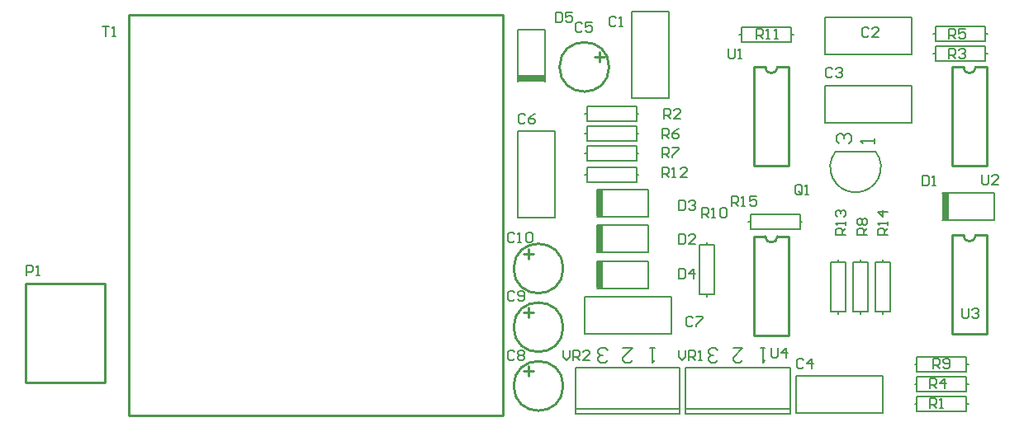
<source format=gto>
G04 Layer_Color=65535*
%FSLAX25Y25*%
%MOIN*%
G70*
G01*
G75*
%ADD11C,0.01000*%
%ADD25C,0.00787*%
%ADD26C,0.00800*%
%ADD27C,0.00591*%
%ADD28R,0.03150X0.11024*%
%ADD29R,0.03150X0.11024*%
%ADD30R,0.11024X0.03150*%
D11*
X339500Y247500D02*
G03*
X339500Y247500I-10000J0D01*
G01*
X321000Y118500D02*
G03*
X321000Y118500I-10000J0D01*
G01*
Y142250D02*
G03*
X321000Y142250I-10000J0D01*
G01*
Y166000D02*
G03*
X321000Y166000I-10000J0D01*
G01*
X402500Y247500D02*
G03*
X407500Y247500I2500J0D01*
G01*
X482500D02*
G03*
X487500Y247500I2500J0D01*
G01*
X482500Y179500D02*
G03*
X487500Y179500I2500J0D01*
G01*
X402500Y179000D02*
G03*
X407500Y179000I2500J0D01*
G01*
X145500Y106500D02*
X296500D01*
X145500Y268500D02*
X296500D01*
Y106500D02*
Y268500D01*
X145500Y106500D02*
Y268500D01*
X335500Y249500D02*
Y253500D01*
X333500Y251500D02*
X337500D01*
X305000Y124500D02*
X309000D01*
X307000Y122500D02*
Y126500D01*
X305000Y148250D02*
X309000D01*
X307000Y146250D02*
Y150250D01*
X305000Y172000D02*
X309000D01*
X307000Y170000D02*
Y174000D01*
X136000Y120000D02*
Y160000D01*
X104000Y120000D02*
X136000D01*
X104000D02*
Y160000D01*
X136000D01*
X397900Y247500D02*
X402500D01*
X407500D02*
X412100D01*
Y207500D02*
Y247500D01*
X397900Y207500D02*
X412100D01*
X397900D02*
Y247500D01*
X477900D02*
X482500D01*
X487500D02*
X492100D01*
Y207500D02*
Y247500D01*
X477900Y207500D02*
X492100D01*
X477900D02*
Y247500D01*
Y179500D02*
X482500D01*
X487500D02*
X492100D01*
Y139500D02*
Y179500D01*
X477900Y139500D02*
X492100D01*
X477900D02*
Y179500D01*
X397900Y179000D02*
X402500D01*
X407500D02*
X412100D01*
Y139000D02*
Y179000D01*
X397900Y139000D02*
X412100D01*
X397900D02*
Y179000D01*
D25*
X430934Y213302D02*
G03*
X447066Y213302I8066J-6302D01*
G01*
X413000Y260500D02*
X413900D01*
X392100D02*
X393000D01*
X413000Y257500D02*
Y260500D01*
X393000Y257500D02*
X413000D01*
X393000D02*
Y263500D01*
X413000D01*
Y260500D02*
Y263500D01*
X491300Y261000D02*
X492200D01*
X470400D02*
X471300D01*
X491300Y258000D02*
Y261000D01*
X471300Y258000D02*
X491300D01*
X471300D02*
Y264000D01*
X491300D01*
Y261000D02*
Y264000D01*
X363500Y235000D02*
Y270000D01*
X348500D02*
X363500D01*
X348500Y235000D02*
Y270000D01*
Y235000D02*
X363500D01*
X426500Y267500D02*
X461500D01*
X426500Y252500D02*
Y267500D01*
Y252500D02*
X461500D01*
Y267500D01*
X426500Y240000D02*
X461500D01*
X426500Y225000D02*
Y240000D01*
Y225000D02*
X461500D01*
Y240000D01*
X415000Y107500D02*
X450000D01*
Y122500D01*
X415000D02*
X450000D01*
X415000Y107500D02*
Y122500D01*
X302500Y186500D02*
Y221500D01*
Y186500D02*
X317500D01*
Y221500D01*
X302500D02*
X317500D01*
X329500Y154500D02*
X364500D01*
X329500Y139500D02*
Y154500D01*
Y139500D02*
X364500D01*
Y154500D01*
X474067Y196512D02*
X494933D01*
X474067Y185488D02*
X494933D01*
Y196512D01*
X334567Y183512D02*
X355433D01*
X334567Y172488D02*
X355433D01*
Y183512D01*
X334567Y198012D02*
X355433D01*
X334567Y186988D02*
X355433D01*
Y198012D01*
X334567Y169012D02*
X355433D01*
X334567Y157988D02*
X355433D01*
Y169012D01*
X302500Y241567D02*
Y262433D01*
X313524Y241567D02*
Y262433D01*
X302500D02*
X313524D01*
X431165Y213299D02*
X446835D01*
X483800Y111300D02*
X484700D01*
X462900D02*
X463800D01*
X483800Y108300D02*
Y111300D01*
X463800Y108300D02*
X483800D01*
X463800D02*
Y114300D01*
X483800D01*
Y111300D02*
Y114300D01*
X329600Y228500D02*
X330500D01*
X350500D02*
X351400D01*
X330500D02*
Y231500D01*
X350500D01*
Y225500D02*
Y231500D01*
X330500Y225500D02*
X350500D01*
X330500D02*
Y228500D01*
X491300Y253000D02*
X492200D01*
X470400D02*
X471300D01*
X491300Y250000D02*
Y253000D01*
X471300Y250000D02*
X491300D01*
X471300D02*
Y256000D01*
X491300D01*
Y253000D02*
Y256000D01*
X483800Y119300D02*
X484700D01*
X462900D02*
X463800D01*
X483800Y116300D02*
Y119300D01*
X463800Y116300D02*
X483800D01*
X463800D02*
Y122300D01*
X483800D01*
Y119300D02*
Y122300D01*
X329600Y220500D02*
X330500D01*
X350500D02*
X351400D01*
X330500D02*
Y223500D01*
X350500D01*
Y217500D02*
Y223500D01*
X330500Y217500D02*
X350500D01*
X330500D02*
Y220500D01*
X350500Y212500D02*
X351400D01*
X329600D02*
X330500D01*
X350500Y209500D02*
Y212500D01*
X330500Y209500D02*
X350500D01*
X330500D02*
Y215500D01*
X350500D01*
Y212500D02*
Y215500D01*
X441000Y168500D02*
Y169400D01*
Y147600D02*
Y148500D01*
Y168500D02*
X444000D01*
Y148500D02*
Y168500D01*
X438000Y148500D02*
X444000D01*
X438000D02*
Y168500D01*
X441000D01*
X462900Y127300D02*
X463800D01*
X483800D02*
X484700D01*
X463800D02*
Y130300D01*
X483800D01*
Y124300D02*
Y130300D01*
X463800Y124300D02*
X483800D01*
X463800D02*
Y127300D01*
X379000Y175500D02*
Y176400D01*
Y154600D02*
Y155500D01*
Y175500D02*
X382000D01*
Y155500D02*
Y175500D01*
X376000Y155500D02*
X382000D01*
X376000D02*
Y175500D01*
X379000D01*
X350500Y204000D02*
X351400D01*
X329600D02*
X330500D01*
X350500Y201000D02*
Y204000D01*
X330500Y201000D02*
X350500D01*
X330500D02*
Y207000D01*
X350500D01*
Y204000D02*
Y207000D01*
X432000Y168500D02*
Y169400D01*
Y147600D02*
Y148500D01*
Y168500D02*
X435000D01*
Y148500D02*
Y168500D01*
X429000Y148500D02*
X435000D01*
X429000D02*
Y168500D01*
X432000D01*
X450000D02*
Y169400D01*
Y147600D02*
Y148500D01*
Y168500D02*
X453000D01*
Y148500D02*
Y168500D01*
X447000Y148500D02*
X453000D01*
X447000D02*
Y168500D01*
X450000D01*
X395600Y185000D02*
X396500D01*
X416500D02*
X417400D01*
X396500D02*
Y188000D01*
X416500D01*
Y182000D02*
Y188000D01*
X396500Y182000D02*
X416500D01*
X396500D02*
Y185000D01*
X370437Y107142D02*
Y126039D01*
X412563Y107142D02*
Y126039D01*
X370437D02*
X412563D01*
X370437Y107142D02*
X412563D01*
X370437Y109110D02*
X412563D01*
X325937Y107142D02*
Y126039D01*
X368063Y107142D02*
Y126039D01*
X325937D02*
X368063D01*
X325937Y107142D02*
X368063D01*
X325937Y109110D02*
X368063D01*
D26*
X399000Y258800D02*
Y262799D01*
X400999D01*
X401666Y262132D01*
Y260799D01*
X400999Y260133D01*
X399000D01*
X400333D02*
X401666Y258800D01*
X402999D02*
X404332D01*
X403665D01*
Y262799D01*
X402999Y262132D01*
X406331Y258800D02*
X407664D01*
X406997D01*
Y262799D01*
X406331Y262132D01*
X476700Y259000D02*
Y262999D01*
X478699D01*
X479366Y262332D01*
Y260999D01*
X478699Y260333D01*
X476700D01*
X478033D02*
X479366Y259000D01*
X483364Y262999D02*
X480699D01*
Y260999D01*
X482032Y261666D01*
X482698D01*
X483364Y260999D01*
Y259666D01*
X482698Y259000D01*
X481365D01*
X480699Y259666D01*
X135000Y263999D02*
X137666D01*
X136333D01*
Y260000D01*
X138999D02*
X140332D01*
X139665D01*
Y263999D01*
X138999Y263332D01*
X342166Y267332D02*
X341499Y267999D01*
X340166D01*
X339500Y267332D01*
Y264666D01*
X340166Y264000D01*
X341499D01*
X342166Y264666D01*
X343499Y264000D02*
X344832D01*
X344165D01*
Y267999D01*
X343499Y267332D01*
X444166Y262932D02*
X443499Y263599D01*
X442166D01*
X441500Y262932D01*
Y260266D01*
X442166Y259600D01*
X443499D01*
X444166Y260266D01*
X448165Y259600D02*
X445499D01*
X448165Y262266D01*
Y262932D01*
X447498Y263599D01*
X446165D01*
X445499Y262932D01*
X429566Y246532D02*
X428899Y247199D01*
X427566D01*
X426900Y246532D01*
Y243866D01*
X427566Y243200D01*
X428899D01*
X429566Y243866D01*
X430899Y246532D02*
X431565Y247199D01*
X432898D01*
X433565Y246532D01*
Y245866D01*
X432898Y245199D01*
X432232D01*
X432898D01*
X433565Y244533D01*
Y243866D01*
X432898Y243200D01*
X431565D01*
X430899Y243866D01*
X418066Y129032D02*
X417399Y129699D01*
X416066D01*
X415400Y129032D01*
Y126366D01*
X416066Y125700D01*
X417399D01*
X418066Y126366D01*
X421398Y125700D02*
Y129699D01*
X419399Y127699D01*
X422064D01*
X328666Y264832D02*
X327999Y265499D01*
X326666D01*
X326000Y264832D01*
Y262166D01*
X326666Y261500D01*
X327999D01*
X328666Y262166D01*
X332664Y265499D02*
X329999D01*
Y263499D01*
X331332Y264166D01*
X331998D01*
X332664Y263499D01*
Y262166D01*
X331998Y261500D01*
X330665D01*
X329999Y262166D01*
X305566Y228032D02*
X304899Y228699D01*
X303566D01*
X302900Y228032D01*
Y225366D01*
X303566Y224700D01*
X304899D01*
X305566Y225366D01*
X309564Y228699D02*
X308232Y228032D01*
X306899Y226699D01*
Y225366D01*
X307565Y224700D01*
X308898D01*
X309564Y225366D01*
Y226033D01*
X308898Y226699D01*
X306899D01*
X373166Y145832D02*
X372499Y146499D01*
X371166D01*
X370500Y145832D01*
Y143166D01*
X371166Y142500D01*
X372499D01*
X373166Y143166D01*
X374499Y146499D02*
X377165D01*
Y145832D01*
X374499Y143166D01*
Y142500D01*
X301166Y132332D02*
X300499Y132999D01*
X299166D01*
X298500Y132332D01*
Y129666D01*
X299166Y129000D01*
X300499D01*
X301166Y129666D01*
X302499Y132332D02*
X303165Y132999D01*
X304498D01*
X305165Y132332D01*
Y131666D01*
X304498Y130999D01*
X305165Y130333D01*
Y129666D01*
X304498Y129000D01*
X303165D01*
X302499Y129666D01*
Y130333D01*
X303165Y130999D01*
X302499Y131666D01*
Y132332D01*
X303165Y130999D02*
X304498D01*
X301166Y156082D02*
X300499Y156749D01*
X299166D01*
X298500Y156082D01*
Y153417D01*
X299166Y152750D01*
X300499D01*
X301166Y153417D01*
X302499D02*
X303165Y152750D01*
X304498D01*
X305165Y153417D01*
Y156082D01*
X304498Y156749D01*
X303165D01*
X302499Y156082D01*
Y155416D01*
X303165Y154749D01*
X305165D01*
X301166Y179832D02*
X300499Y180499D01*
X299166D01*
X298500Y179832D01*
Y177166D01*
X299166Y176500D01*
X300499D01*
X301166Y177166D01*
X302499Y176500D02*
X303832D01*
X303165D01*
Y180499D01*
X302499Y179832D01*
X305831D02*
X306497Y180499D01*
X307830D01*
X308497Y179832D01*
Y177166D01*
X307830Y176500D01*
X306497D01*
X305831Y177166D01*
Y179832D01*
X466100Y203699D02*
Y199700D01*
X468099D01*
X468766Y200366D01*
Y203032D01*
X468099Y203699D01*
X466100D01*
X470099Y199700D02*
X471432D01*
X470765D01*
Y203699D01*
X470099Y203032D01*
X367500Y179749D02*
Y175750D01*
X369499D01*
X370166Y176417D01*
Y179082D01*
X369499Y179749D01*
X367500D01*
X374165Y175750D02*
X371499D01*
X374165Y178416D01*
Y179082D01*
X373498Y179749D01*
X372165D01*
X371499Y179082D01*
X367500Y193499D02*
Y189500D01*
X369499D01*
X370166Y190166D01*
Y192832D01*
X369499Y193499D01*
X367500D01*
X371499Y192832D02*
X372165Y193499D01*
X373498D01*
X374165Y192832D01*
Y192166D01*
X373498Y191499D01*
X372832D01*
X373498D01*
X374165Y190833D01*
Y190166D01*
X373498Y189500D01*
X372165D01*
X371499Y190166D01*
X367500Y165999D02*
Y162000D01*
X369499D01*
X370166Y162666D01*
Y165332D01*
X369499Y165999D01*
X367500D01*
X373498Y162000D02*
Y165999D01*
X371499Y163999D01*
X374165D01*
X318000Y269499D02*
Y265500D01*
X319999D01*
X320666Y266166D01*
Y268832D01*
X319999Y269499D01*
X318000D01*
X324664D02*
X321999D01*
Y267499D01*
X323332Y268166D01*
X323998D01*
X324664Y267499D01*
Y266166D01*
X323998Y265500D01*
X322665D01*
X321999Y266166D01*
X104300Y163300D02*
Y167299D01*
X106299D01*
X106966Y166632D01*
Y165299D01*
X106299Y164633D01*
X104300D01*
X108299Y163300D02*
X109632D01*
X108965D01*
Y167299D01*
X108299Y166632D01*
X417166Y196667D02*
Y199332D01*
X416499Y199999D01*
X415166D01*
X414500Y199332D01*
Y196667D01*
X415166Y196000D01*
X416499D01*
X415833Y197333D02*
X417166Y196000D01*
X416499D02*
X417166Y196667D01*
X418499Y196000D02*
X419832D01*
X419165D01*
Y199999D01*
X418499Y199332D01*
X469000Y109600D02*
Y113599D01*
X470999D01*
X471666Y112932D01*
Y111599D01*
X470999Y110933D01*
X469000D01*
X470333D02*
X471666Y109600D01*
X472999D02*
X474332D01*
X473665D01*
Y113599D01*
X472999Y112932D01*
X361500Y226500D02*
Y230499D01*
X363499D01*
X364166Y229832D01*
Y228499D01*
X363499Y227833D01*
X361500D01*
X362833D02*
X364166Y226500D01*
X368164D02*
X365499D01*
X368164Y229166D01*
Y229832D01*
X367498Y230499D01*
X366165D01*
X365499Y229832D01*
X476700Y250900D02*
Y254899D01*
X478699D01*
X479366Y254232D01*
Y252899D01*
X478699Y252233D01*
X476700D01*
X478033D02*
X479366Y250900D01*
X480699Y254232D02*
X481365Y254899D01*
X482698D01*
X483364Y254232D01*
Y253566D01*
X482698Y252899D01*
X482032D01*
X482698D01*
X483364Y252233D01*
Y251566D01*
X482698Y250900D01*
X481365D01*
X480699Y251566D01*
X469000Y117600D02*
Y121599D01*
X470999D01*
X471666Y120932D01*
Y119599D01*
X470999Y118933D01*
X469000D01*
X470333D02*
X471666Y117600D01*
X474998D02*
Y121599D01*
X472999Y119599D01*
X475665D01*
X361000Y218667D02*
Y222665D01*
X362999D01*
X363666Y221999D01*
Y220666D01*
X362999Y220000D01*
X361000D01*
X362333D02*
X363666Y218667D01*
X367665Y222665D02*
X366332Y221999D01*
X364999Y220666D01*
Y219333D01*
X365665Y218667D01*
X366998D01*
X367665Y219333D01*
Y220000D01*
X366998Y220666D01*
X364999D01*
X361000Y210833D02*
Y214832D01*
X362999D01*
X363666Y214166D01*
Y212833D01*
X362999Y212166D01*
X361000D01*
X362333D02*
X363666Y210833D01*
X364999Y214832D02*
X367665D01*
Y214166D01*
X364999Y211500D01*
Y210833D01*
X443500Y179500D02*
X439501D01*
Y181499D01*
X440168Y182166D01*
X441501D01*
X442167Y181499D01*
Y179500D01*
Y180833D02*
X443500Y182166D01*
X440168Y183499D02*
X439501Y184165D01*
Y185498D01*
X440168Y186164D01*
X440834D01*
X441501Y185498D01*
X442167Y186164D01*
X442834D01*
X443500Y185498D01*
Y184165D01*
X442834Y183499D01*
X442167D01*
X441501Y184165D01*
X440834Y183499D01*
X440168D01*
X441501Y184165D02*
Y185498D01*
X470400Y125700D02*
Y129699D01*
X472399D01*
X473066Y129032D01*
Y127699D01*
X472399Y127033D01*
X470400D01*
X471733D02*
X473066Y125700D01*
X474399Y126366D02*
X475065Y125700D01*
X476398D01*
X477065Y126366D01*
Y129032D01*
X476398Y129699D01*
X475065D01*
X474399Y129032D01*
Y128366D01*
X475065Y127699D01*
X477065D01*
X377000Y186500D02*
Y190499D01*
X378999D01*
X379666Y189832D01*
Y188499D01*
X378999Y187833D01*
X377000D01*
X378333D02*
X379666Y186500D01*
X380999D02*
X382332D01*
X381665D01*
Y190499D01*
X380999Y189832D01*
X384331D02*
X384997Y190499D01*
X386330D01*
X386997Y189832D01*
Y187167D01*
X386330Y186500D01*
X384997D01*
X384331Y187167D01*
Y189832D01*
X361000Y203000D02*
Y206999D01*
X362999D01*
X363666Y206332D01*
Y204999D01*
X362999Y204333D01*
X361000D01*
X362333D02*
X363666Y203000D01*
X364999D02*
X366332D01*
X365665D01*
Y206999D01*
X364999Y206332D01*
X370997Y203000D02*
X368331D01*
X370997Y205666D01*
Y206332D01*
X370330Y206999D01*
X368997D01*
X368331Y206332D01*
X435000Y179500D02*
X431001D01*
Y181499D01*
X431668Y182166D01*
X433001D01*
X433667Y181499D01*
Y179500D01*
Y180833D02*
X435000Y182166D01*
Y183499D02*
Y184832D01*
Y184165D01*
X431001D01*
X431668Y183499D01*
Y186831D02*
X431001Y187497D01*
Y188830D01*
X431668Y189497D01*
X432334D01*
X433001Y188830D01*
Y188164D01*
Y188830D01*
X433667Y189497D01*
X434334D01*
X435000Y188830D01*
Y187497D01*
X434334Y186831D01*
X452000Y179500D02*
X448001D01*
Y181499D01*
X448668Y182166D01*
X450001D01*
X450667Y181499D01*
Y179500D01*
Y180833D02*
X452000Y182166D01*
Y183499D02*
Y184832D01*
Y184165D01*
X448001D01*
X448668Y183499D01*
X452000Y188830D02*
X448001D01*
X450001Y186831D01*
Y189497D01*
X389000Y191200D02*
Y195199D01*
X390999D01*
X391666Y194532D01*
Y193199D01*
X390999Y192533D01*
X389000D01*
X390333D02*
X391666Y191200D01*
X392999D02*
X394332D01*
X393665D01*
Y195199D01*
X392999Y194532D01*
X398997Y195199D02*
X396331D01*
Y193199D01*
X397664Y193866D01*
X398330D01*
X398997Y193199D01*
Y191867D01*
X398330Y191200D01*
X396997D01*
X396331Y191867D01*
X387500Y254799D02*
Y251466D01*
X388166Y250800D01*
X389499D01*
X390166Y251466D01*
Y254799D01*
X391499Y250800D02*
X392832D01*
X392165D01*
Y254799D01*
X391499Y254132D01*
X490000Y203999D02*
Y200666D01*
X490666Y200000D01*
X491999D01*
X492666Y200666D01*
Y203999D01*
X496664Y200000D02*
X493999D01*
X496664Y202666D01*
Y203332D01*
X495998Y203999D01*
X494665D01*
X493999Y203332D01*
X481900Y149899D02*
Y146566D01*
X482566Y145900D01*
X483899D01*
X484566Y146566D01*
Y149899D01*
X485899Y149232D02*
X486565Y149899D01*
X487898D01*
X488564Y149232D01*
Y148566D01*
X487898Y147899D01*
X487232D01*
X487898D01*
X488564Y147233D01*
Y146566D01*
X487898Y145900D01*
X486565D01*
X485899Y146566D01*
X405000Y133999D02*
Y130666D01*
X405666Y130000D01*
X406999D01*
X407666Y130666D01*
Y133999D01*
X410998Y130000D02*
Y133999D01*
X408999Y131999D01*
X411664D01*
X367500Y132999D02*
Y130333D01*
X368833Y129000D01*
X370166Y130333D01*
Y132999D01*
X371499Y129000D02*
Y132999D01*
X373498D01*
X374165Y132332D01*
Y130999D01*
X373498Y130333D01*
X371499D01*
X372832D02*
X374165Y129000D01*
X375497D02*
X376830D01*
X376164D01*
Y132999D01*
X375497Y132332D01*
X321000Y132999D02*
Y130333D01*
X322333Y129000D01*
X323666Y130333D01*
Y132999D01*
X324999Y129000D02*
Y132999D01*
X326998D01*
X327664Y132332D01*
Y130999D01*
X326998Y130333D01*
X324999D01*
X326332D02*
X327664Y129000D01*
X331663D02*
X328997D01*
X331663Y131666D01*
Y132332D01*
X330997Y132999D01*
X329664D01*
X328997Y132332D01*
D27*
X446791Y216531D02*
Y218499D01*
Y217515D01*
X440888D01*
X441872Y216531D01*
X432242D02*
X431258Y217515D01*
Y219483D01*
X432242Y220467D01*
X433226D01*
X434210Y219483D01*
Y218499D01*
Y219483D01*
X435193Y220467D01*
X436177D01*
X437161Y219483D01*
Y217515D01*
X436177Y216531D01*
X383469Y128895D02*
X382485Y127911D01*
X380517D01*
X379533Y128895D01*
Y129879D01*
X380517Y130863D01*
X381501D01*
X380517D01*
X379533Y131847D01*
Y132831D01*
X380517Y133815D01*
X382485D01*
X383469Y132831D01*
X389533Y133815D02*
X393468D01*
X389533Y129879D01*
Y128895D01*
X390517Y127911D01*
X392485D01*
X393468Y128895D01*
X402484Y133815D02*
X400516D01*
X401500D01*
Y127911D01*
X402484Y128895D01*
X338968Y128895D02*
X337985Y127911D01*
X336017D01*
X335033Y128895D01*
Y129879D01*
X336017Y130863D01*
X337001D01*
X336017D01*
X335033Y131847D01*
Y132831D01*
X336017Y133815D01*
X337985D01*
X338968Y132831D01*
X345033Y133815D02*
X348969D01*
X345033Y129879D01*
Y128895D01*
X346017Y127911D01*
X347985D01*
X348969Y128895D01*
X357984Y133815D02*
X356016D01*
X357000D01*
Y127911D01*
X357984Y128895D01*
D28*
X475248Y191001D02*
D03*
D29*
X335748Y178001D02*
D03*
Y192501D02*
D03*
Y163501D02*
D03*
D30*
X308011Y242748D02*
D03*
M02*

</source>
